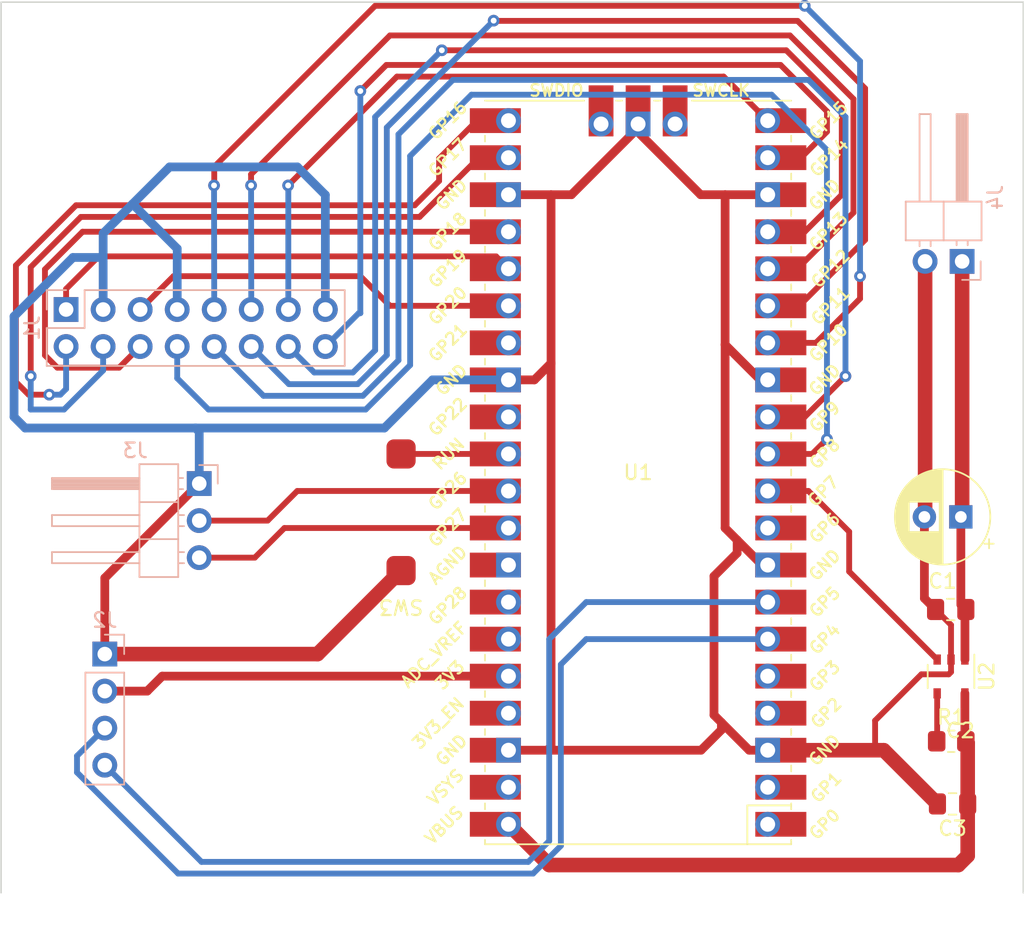
<source format=kicad_pcb>
(kicad_pcb (version 20211014) (generator pcbnew)
  (layers (0 "F.Cu" signal) (31 "B.Cu" signal) (34 "B.Paste" user) (35 "F.Paste" user) (36 "B.SilkS" user "B.Silkscreen") (37 "F.SilkS" user "F.Silkscreen") (38 "B.Mask" user) (39 "F.Mask" user) (44 "Edge.Cuts" user))
  (net 0 "")
  (net 3 "GND")
  (net 6 "/SDA")
  (net 7 "/SCL")
  (net 8 "/SEL")
  (net 9 "/INC")
  (net 10 "/B2")
  (net 11 "/HA")
  (net 12 "/HB")
  (net 13 "/HC")
  (net 14 "/HD")
  (net 15 "/CLK")
  (net 16 "/LAT")
  (net 17 "/R1")
  (net 18 "/B1")
  (net 19 "/R2")
  (net 20 "/G1")
  (net 21 "/G2")
  (net 23 "/RUN")
  (net 29 "/3.3V")
  (net 32 "/5V")
  (net 35 "/OE")
  (net 36 "/OVR")
  (net 37 "/EN")
  (net 38 "/OUT")
  (footprint "Capacitor_SMD:C_0805_2012Metric_Pad1.18x1.45mm_HandSolder" (layer "F.Cu") (at 114.5325 105.029 180)
    (fp_text reference "C3" (at 0 -1.68) (layer "F.SilkS"))
    (fp_text value "1u")
    (pad "1" smd roundrect (at -1.0375 0 180) (size 1.175 1.45) (layers "F.Cu" "F.Paste" "F.Mask") (roundrect_rratio 0.212766) (net 32 "/5V"))
    (pad "2" smd roundrect (at 1.0375 0 180) (size 1.175 1.45) (layers "F.Cu" "F.Paste" "F.Mask") (roundrect_rratio 0.212766) (net 3 "GND"))
  )
  (footprint "PI Pico:RPi_Pico_SMD_TH" (layer "F.Cu") (at 92.964 82.296 180)
    (fp_text reference "U1" (at 0 0) (layer "F.SilkS"))
    (fp_text value "Pico")
    (fp_text user "GND" (at -12.8 19.05 45) (layer "F.SilkS") (effects (font (size 0.8 0.8))))
    (fp_text user "GP11" (at -13.2 11.43 45) (layer "F.SilkS") (effects (font (size 0.8 0.8))))
    (fp_text user "GP26" (at 13.054 -1.27 45) (layer "F.SilkS") (effects (font (size 0.8 0.8))))
    (fp_text user "GP7" (at -12.7 -1.3 45) (layer "F.SilkS") (effects (font (size 0.8 0.8))))
    (fp_text user "GP17" (at 13.054 21.59 45) (layer "F.SilkS") (effects (font (size 0.8 0.8))))
    (fp_text user "GND" (at 12.8 6.35 45) (layer "F.SilkS") (effects (font (size 0.8 0.8))))
    (fp_text user "AGND" (at 13.054 -6.35 45) (layer "F.SilkS") (effects (font (size 0.8 0.8))))
    (fp_text user "GP13" (at -13.054 16.51 45) (layer "F.SilkS") (effects (font (size 0.8 0.8))))
    (fp_text user "GP10" (at -13.054 8.89 45) (layer "F.SilkS") (effects (font (size 0.8 0.8))))
    (fp_text user "GP4" (at -12.8 -11.43 45) (layer "F.SilkS") (effects (font (size 0.8 0.8))))
    (fp_text user "GP1" (at -12.9 -21.6 45) (layer "F.SilkS") (effects (font (size 0.8 0.8))))
    (fp_text user "3V3" (at 12.9 -13.9 45) (layer "F.SilkS") (effects (font (size 0.8 0.8))))
    (fp_text user "GP28" (at 13.054 -9.144 45) (layer "F.SilkS") (effects (font (size 0.8 0.8))))
    (fp_text user "VBUS" (at 13.3 -24.2 45) (layer "F.SilkS") (effects (font (size 0.8 0.8))))
    (fp_text user "GP2" (at -12.9 -16.51 45) (layer "F.SilkS") (effects (font (size 0.8 0.8))))
    (fp_text user "GND" (at -12.8 6.35 45) (layer "F.SilkS") (effects (font (size 0.8 0.8))))
    (fp_text user "SWDIO" (at 5.6 26.2) (layer "F.SilkS") (effects (font (size 0.8 0.8))))
    (fp_text user "GND" (at 12.8 19.05 45) (layer "F.SilkS") (effects (font (size 0.8 0.8))))
    (fp_text user "RUN" (at 13 1.27 45) (layer "F.SilkS") (effects (font (size 0.8 0.8))))
    (fp_text user "GP9" (at -12.8 3.81 45) (layer "F.SilkS") (effects (font (size 0.8 0.8))))
    (fp_text user "VSYS" (at 13.2 -21.59 45) (layer "F.SilkS") (effects (font (size 0.8 0.8))))
    (fp_text user "ADC_VREF" (at 14 -12.5 45) (layer "F.SilkS") (effects (font (size 0.8 0.8))))
    (fp_text user "GND" (at -12.8 -19.05 45) (layer "F.SilkS") (effects (font (size 0.8 0.8))))
    (fp_text user "GP12" (at -13.2 13.97 45) (layer "F.SilkS") (effects (font (size 0.8 0.8))))
    (fp_text user "GP14" (at -13.1 21.59 45) (layer "F.SilkS") (effects (font (size 0.8 0.8))))
    (fp_text user "GP5" (at -12.8 -8.89 45) (layer "F.SilkS") (effects (font (size 0.8 0.8))))
    (fp_text user "GP16" (at 13.054 24.13 45) (layer "F.SilkS") (effects (font (size 0.8 0.8))))
    (fp_text user "GP3" (at -12.8 -13.97 45) (layer "F.SilkS") (effects (font (size 0.8 0.8))))
    (fp_text user "GP6" (at -12.8 -3.81 45) (layer "F.SilkS") (effects (font (size 0.8 0.8))))
    (fp_text user "GP27" (at 13.054 -3.8 45) (layer "F.SilkS") (effects (font (size 0.8 0.8))))
    (fp_text user "3V3_EN" (at 13.7 -17.2 45) (layer "F.SilkS") (effects (font (size 0.8 0.8))))
    (fp_text user "GP15" (at -13.054 24.13 45) (layer "F.SilkS") (effects (font (size 0.8 0.8))))
    (fp_text user "GND" (at -12.8 -6.35 45) (layer "F.SilkS") (effects (font (size 0.8 0.8))))
    (fp_text user "GP20" (at 13.054 11.43 45) (layer "F.SilkS") (effects (font (size 0.8 0.8))))
    (fp_text user "SWCLK" (at -5.7 26.2) (layer "F.SilkS") (effects (font (size 0.8 0.8))))
    (fp_text user "GP19" (at 13.054 13.97 45) (layer "F.SilkS") (effects (font (size 0.8 0.8))))
    (fp_text user "GP22" (at 13.054 3.81 45) (layer "F.SilkS") (effects (font (size 0.8 0.8))))
    (fp_text user "GND" (at 12.8 -19.05 45) (layer "F.SilkS") (effects (font (size 0.8 0.8))))
    (fp_text user "GP21" (at 13.054 8.9 45) (layer "F.SilkS") (effects (font (size 0.8 0.8))))
    (fp_text user "GP8" (at -12.8 1.27 45) (layer "F.SilkS") (effects (font (size 0.8 0.8))))
    (fp_text user "GP0" (at -12.8 -24.13 45) (layer "F.SilkS") (effects (font (size 0.8 0.8))))
    (fp_text user "GP18" (at 13.054 16.51 45) (layer "F.SilkS") (effects (font (size 0.8 0.8))))
    (pad "" np_thru_hole oval (at -2.725 -24 180) (size 1.8 1.8) (drill 1.8) (layers *.Cu *.Mask))
    (pad "" np_thru_hole oval (at 2.425 -20.97 180) (size 1.5 1.5) (drill 1.5) (layers *.Cu *.Mask))
    (pad "" np_thru_hole oval (at 2.725 -24 180) (size 1.8 1.8) (drill 1.8) (layers *.Cu *.Mask))
    (pad "" np_thru_hole oval (at -2.425 -20.97 180) (size 1.5 1.5) (drill 1.5) (layers *.Cu *.Mask))
    (pad "1" smd rect (at -8.89 -24.13 180) (size 3.5 1.7) (drill (offset -0.9 0)) (layers "F.Cu" "F.Mask"))
    (pad "1" thru_hole oval (at -8.89 -24.13 180) (size 1.7 1.7) (drill 1.02) (layers *.Cu *.Mask))
    (pad "2" thru_hole oval (at -8.89 -21.59 180) (size 1.7 1.7) (drill 1.02) (layers *.Cu *.Mask))
    (pad "2" smd rect (at -8.89 -21.59 180) (size 3.5 1.7) (drill (offset -0.9 0)) (layers "F.Cu" "F.Mask"))
    (pad "3" smd rect (at -8.89 -19.05 180) (size 3.5 1.7) (drill (offset -0.9 0)) (layers "F.Cu" "F.Mask") (net 3 "GND"))
    (pad "3" thru_hole rect (at -8.89 -19.05 180) (size 1.7 1.7) (drill 1.02) (layers *.Cu *.Mask) (net 3 "GND"))
    (pad "4" smd rect (at -8.89 -16.51 180) (size 3.5 1.7) (drill (offset -0.9 0)) (layers "F.Cu" "F.Mask"))
    (pad "4" thru_hole oval (at -8.89 -16.51 180) (size 1.7 1.7) (drill 1.02) (layers *.Cu *.Mask))
    (pad "5" smd rect (at -8.89 -13.97 180) (size 3.5 1.7) (drill (offset -0.9 0)) (layers "F.Cu" "F.Mask"))
    (pad "5" thru_hole oval (at -8.89 -13.97 180) (size 1.7 1.7) (drill 1.02) (layers *.Cu *.Mask))
    (pad "6" thru_hole oval (at -8.89 -11.43 180) (size 1.7 1.7) (drill 1.02) (layers *.Cu *.Mask) (net 6 "/SDA"))
    (pad "6" smd rect (at -8.89 -11.43 180) (size 3.5 1.7) (drill (offset -0.9 0)) (layers "F.Cu" "F.Mask") (net 6 "/SDA"))
    (pad "7" thru_hole oval (at -8.89 -8.89 180) (size 1.7 1.7) (drill 1.02) (layers *.Cu *.Mask) (net 7 "/SCL"))
    (pad "7" smd rect (at -8.89 -8.89 180) (size 3.5 1.7) (drill (offset -0.9 0)) (layers "F.Cu" "F.Mask") (net 7 "/SCL"))
    (pad "8" thru_hole rect (at -8.89 -6.35 180) (size 1.7 1.7) (drill 1.02) (layers *.Cu *.Mask) (net 3 "GND"))
    (pad "8" smd rect (at -8.89 -6.35 180) (size 3.5 1.7) (drill (offset -0.9 0)) (layers "F.Cu" "F.Mask") (net 3 "GND"))
    (pad "9" smd rect (at -8.89 -3.81 180) (size 3.5 1.7) (drill (offset -0.9 0)) (layers "F.Cu" "F.Mask"))
    (pad "9" thru_hole oval (at -8.89 -3.81 180) (size 1.7 1.7) (drill 1.02) (layers *.Cu *.Mask))
    (pad "10" thru_hole oval (at -8.89 -1.27 180) (size 1.7 1.7) (drill 1.02) (layers *.Cu *.Mask) (net 36 "/OVR"))
    (pad "10" smd rect (at -8.89 -1.27 180) (size 3.5 1.7) (drill (offset -0.9 0)) (layers "F.Cu" "F.Mask") (net 36 "/OVR"))
    (pad "11" thru_hole oval (at -8.89 1.27 180) (size 1.7 1.7) (drill 1.02) (layers *.Cu *.Mask) (net 10 "/B2"))
    (pad "11" smd rect (at -8.89 1.27 180) (size 3.5 1.7) (drill (offset -0.9 0)) (layers "F.Cu" "F.Mask") (net 10 "/B2"))
    (pad "12" thru_hole oval (at -8.89 3.81 180) (size 1.7 1.7) (drill 1.02) (layers *.Cu *.Mask) (net 11 "/HA"))
    (pad "12" smd rect (at -8.89 3.81 180) (size 3.5 1.7) (drill (offset -0.9 0)) (layers "F.Cu" "F.Mask") (net 11 "/HA"))
    (pad "13" smd rect (at -8.89 6.35 180) (size 3.5 1.7) (drill (offset -0.9 0)) (layers "F.Cu" "F.Mask") (net 3 "GND"))
    (pad "13" thru_hole rect (at -8.89 6.35 180) (size 1.7 1.7) (drill 1.02) (layers *.Cu *.Mask) (net 3 "GND"))
    (pad "14" thru_hole oval (at -8.89 8.89 180) (size 1.7 1.7) (drill 1.02) (layers *.Cu *.Mask) (net 12 "/HB"))
    (pad "14" smd rect (at -8.89 8.89 180) (size 3.5 1.7) (drill (offset -0.9 0)) (layers "F.Cu" "F.Mask") (net 12 "/HB"))
    (pad "15" smd rect (at -8.89 11.43 180) (size 3.5 1.7) (drill (offset -0.9 0)) (layers "F.Cu" "F.Mask") (net 13 "/HC"))
    (pad "15" thru_hole oval (at -8.89 11.43 180) (size 1.7 1.7) (drill 1.02) (layers *.Cu *.Mask) (net 13 "/HC"))
    (pad "16" thru_hole oval (at -8.89 13.97 180) (size 1.7 1.7) (drill 1.02) (layers *.Cu *.Mask) (net 14 "/HD"))
    (pad "16" smd rect (at -8.89 13.97 180) (size 3.5 1.7) (drill (offset -0.9 0)) (layers "F.Cu" "F.Mask") (net 14 "/HD"))
    (pad "17" thru_hole oval (at -8.89 16.51 180) (size 1.7 1.7) (drill 1.02) (layers *.Cu *.Mask) (net 15 "/CLK"))
    (pad "17" smd rect (at -8.89 16.51 180) (size 3.5 1.7) (drill (offset -0.9 0)) (layers "F.Cu" "F.Mask") (net 15 "/CLK"))
    (pad "18" thru_hole rect (at -8.89 19.05 180) (size 1.7 1.7) (drill 1.02) (layers *.Cu *.Mask) (net 3 "GND"))
    (pad "18" smd rect (at -8.89 19.05 180) (size 3.5 1.7) (drill (offset -0.9 0)) (layers "F.Cu" "F.Mask") (net 3 "GND"))
    (pad "19" thru_hole oval (at -8.89 21.59 180) (size 1.7 1.7) (drill 1.02) (layers *.Cu *.Mask) (net 35 "/OE"))
    (pad "19" smd rect (at -8.89 21.59 180) (size 3.5 1.7) (drill (offset -0.9 0)) (layers "F.Cu" "F.Mask") (net 35 "/OE"))
    (pad "20" thru_hole oval (at -8.89 24.13 180) (size 1.7 1.7) (drill 1.02) (layers *.Cu *.Mask) (net 16 "/LAT"))
    (pad "20" smd rect (at -8.89 24.13 180) (size 3.5 1.7) (drill (offset -0.9 0)) (layers "F.Cu" "F.Mask") (net 16 "/LAT"))
    (pad "21" thru_hole oval (at 8.89 24.13 180) (size 1.7 1.7) (drill 1.02) (layers *.Cu *.Mask) (net 17 "/R1"))
    (pad "21" smd rect (at 8.89 24.13 180) (size 3.5 1.7) (drill (offset 0.9 0)) (layers "F.Cu" "F.Mask") (net 17 "/R1"))
    (pad "22" smd rect (at 8.89 21.59 180) (size 3.5 1.7) (drill (offset 0.9 0)) (layers "F.Cu" "F.Mask") (net 18 "/B1"))
    (pad "22" thru_hole oval (at 8.89 21.59 180) (size 1.7 1.7) (drill 1.02) (layers *.Cu *.Mask) (net 18 "/B1"))
    (pad "23" thru_hole rect (at 8.89 19.05 180) (size 1.7 1.7) (drill 1.02) (layers *.Cu *.Mask) (net 3 "GND"))
    (pad "23" smd rect (at 8.89 19.05 180) (size 3.5 1.7) (drill (offset 0.9 0)) (layers "F.Cu" "F.Mask") (net 3 "GND"))
    (pad "24" smd rect (at 8.89 16.51 180) (size 3.5 1.7) (drill (offset 0.9 0)) (layers "F.Cu" "F.Mask") (net 19 "/R2"))
    (pad "24" thru_hole oval (at 8.89 16.51 180) (size 1.7 1.7) (drill 1.02) (layers *.Cu *.Mask) (net 19 "/R2"))
    (pad "25" thru_hole oval (at 8.89 13.97 180) (size 1.7 1.7) (drill 1.02) (layers *.Cu *.Mask) (net 20 "/G1"))
    (pad "25" smd rect (at 8.89 13.97 180) (size 3.5 1.7) (drill (offset 0.9 0)) (layers "F.Cu" "F.Mask") (net 20 "/G1"))
    (pad "26" thru_hole oval (at 8.89 11.43 180) (size 1.7 1.7) (drill 1.02) (layers *.Cu *.Mask) (net 21 "/G2"))
    (pad "26" smd rect (at 8.89 11.43 180) (size 3.5 1.7) (drill (offset 0.9 0)) (layers "F.Cu" "F.Mask") (net 21 "/G2"))
    (pad "27" smd rect (at 8.89 8.89 180) (size 3.5 1.7) (drill (offset 0.9 0)) (layers "F.Cu" "F.Mask"))
    (pad "27" thru_hole oval (at 8.89 8.89 180) (size 1.7 1.7) (drill 1.02) (layers *.Cu *.Mask))
    (pad "28" smd rect (at 8.89 6.35 180) (size 3.5 1.7) (drill (offset 0.9 0)) (layers "F.Cu" "F.Mask") (net 3 "GND"))
    (pad "28" thru_hole rect (at 8.89 6.35 180) (size 1.7 1.7) (drill 1.02) (layers *.Cu *.Mask) (net 3 "GND"))
    (pad "29" thru_hole oval (at 8.89 3.81 180) (size 1.7 1.7) (drill 1.02) (layers *.Cu *.Mask))
    (pad "29" smd rect (at 8.89 3.81 180) (size 3.5 1.7) (drill (offset 0.9 0)) (layers "F.Cu" "F.Mask"))
    (pad "30" thru_hole oval (at 8.89 1.27 180) (size 1.7 1.7) (drill 1.02) (layers *.Cu *.Mask) (net 23 "/RUN"))
    (pad "30" smd rect (at 8.89 1.27 180) (size 3.5 1.7) (drill (offset 0.9 0)) (layers "F.Cu" "F.Mask") (net 23 "/RUN"))
    (pad "31" thru_hole oval (at 8.89 -1.27 180) (size 1.7 1.7) (drill 1.02) (layers *.Cu *.Mask) (net 9 "/INC"))
    (pad "31" smd rect (at 8.89 -1.27 180) (size 3.5 1.7) (drill (offset 0.9 0)) (layers "F.Cu" "F.Mask") (net 9 "/INC"))
    (pad "32" thru_hole oval (at 8.89 -3.81 180) (size 1.7 1.7) (drill 1.02) (layers *.Cu *.Mask) (net 8 "/SEL"))
    (pad "32" smd rect (at 8.89 -3.81 180) (size 3.5 1.7) (drill (offset 0.9 0)) (layers "F.Cu" "F.Mask") (net 8 "/SEL"))
    (pad "33" thru_hole rect (at 8.89 -6.35 180) (size 1.7 1.7) (drill 1.02) (layers *.Cu *.Mask))
    (pad "33" smd rect (at 8.89 -6.35 180) (size 3.5 1.7) (drill (offset 0.9 0)) (layers "F.Cu" "F.Mask"))
    (pad "34" smd rect (at 8.89 -8.89 180) (size 3.5 1.7) (drill (offset 0.9 0)) (layers "F.Cu" "F.Mask"))
    (pad "34" thru_hole oval (at 8.89 -8.89 180) (size 1.7 1.7) (drill 1.02) (layers *.Cu *.Mask))
    (pad "35" thru_hole oval (at 8.89 -11.43 180) (size 1.7 1.7) (drill 1.02) (layers *.Cu *.Mask))
    (pad "35" smd rect (at 8.89 -11.43 180) (size 3.5 1.7) (drill (offset 0.9 0)) (layers "F.Cu" "F.Mask"))
    (pad "36" smd rect (at 8.89 -13.97 180) (size 3.5 1.7) (drill (offset 0.9 0)) (layers "F.Cu" "F.Mask") (net 29 "/3.3V"))
    (pad "36" thru_hole oval (at 8.89 -13.97 180) (size 1.7 1.7) (drill 1.02) (layers *.Cu *.Mask) (net 29 "/3.3V"))
    (pad "37" thru_hole oval (at 8.89 -16.51 180) (size 1.7 1.7) (drill 1.02) (layers *.Cu *.Mask))
    (pad "37" smd rect (at 8.89 -16.51 180) (size 3.5 1.7) (drill (offset 0.9 0)) (layers "F.Cu" "F.Mask"))
    (pad "38" thru_hole rect (at 8.89 -19.05 180) (size 1.7 1.7) (drill 1.02) (layers *.Cu *.Mask) (net 3 "GND"))
    (pad "38" smd rect (at 8.89 -19.05 180) (size 3.5 1.7) (drill (offset 0.9 0)) (layers "F.Cu" "F.Mask") (net 3 "GND"))
    (pad "39" thru_hole oval (at 8.89 -21.59 180) (size 1.7 1.7) (drill 1.02) (layers *.Cu *.Mask))
    (pad "39" smd rect (at 8.89 -21.59 180) (size 3.5 1.7) (drill (offset 0.9 0)) (layers "F.Cu" "F.Mask"))
    (pad "40" thru_hole oval (at 8.89 -24.13 180) (size 1.7 1.7) (drill 1.02) (layers *.Cu *.Mask) (net 32 "/5V"))
    (pad "40" smd rect (at 8.89 -24.13 180) (size 3.5 1.7) (drill (offset 0.9 0)) (layers "F.Cu" "F.Mask") (net 32 "/5V"))
    (pad "41" thru_hole oval (at -2.54 23.9 180) (size 1.7 1.7) (drill 1.02) (layers *.Cu *.Mask))
    (pad "41" smd rect (at -2.54 23.9 270) (size 3.5 1.7) (drill (offset -0.9 0)) (layers "F.Cu" "F.Mask"))
    (pad "42" smd rect (at 0 23.9 270) (size 3.5 1.7) (drill (offset -0.9 0)) (layers "F.Cu" "F.Mask") (net 3 "GND"))
    (pad "42" thru_hole rect (at 0 23.9 180) (size 1.7 1.7) (drill 1.02) (layers *.Cu *.Mask) (net 3 "GND"))
    (pad "43" smd rect (at 2.54 23.9 270) (size 3.5 1.7) (drill (offset -0.9 0)) (layers "F.Cu" "F.Mask"))
    (pad "43" thru_hole oval (at 2.54 23.9 180) (size 1.7 1.7) (drill 1.02) (layers *.Cu *.Mask))
  )
  (footprint "Capacitor_THT:CP_Radial_D6.3mm_P2.50mm" (layer "F.Cu") (at 115.10138 85.344 180)
    (fp_text reference "C1" (at 1.25 -4.4) (layer "F.SilkS"))
    (fp_text value "100u")
    (pad "1" thru_hole rect (at 0 0 180) (size 1.6 1.6) (drill 0.8) (layers *.Cu *.Mask) (net 38 "/OUT"))
    (pad "2" thru_hole circle (at 2.5 0 180) (size 1.6 1.6) (drill 0.8) (layers *.Cu *.Mask) (net 3 "GND"))
  )
  (footprint "Package_SO:TSOP-5_1.65x3.05mm_P0.95mm" (layer "F.Cu") (at 114.427 96.2875 -90)
    (fp_text reference "U2" (at 0 -2.45 90) (layer "F.SilkS"))
    (fp_text value "NCP380")
    (pad "1" smd rect (at -1.16 -0.95 270) (size 0.7 0.51) (layers "F.Cu" "F.Paste" "F.Mask") (net 38 "/OUT"))
    (pad "2" smd rect (at -1.16 0 270) (size 0.7 0.51) (layers "F.Cu" "F.Paste" "F.Mask") (net 3 "GND"))
    (pad "3" smd rect (at -1.16 0.95 270) (size 0.7 0.51) (layers "F.Cu" "F.Paste" "F.Mask") (net 36 "/OVR"))
    (pad "4" smd rect (at 1.16 0.95 270) (size 0.7 0.51) (layers "F.Cu" "F.Paste" "F.Mask") (net 37 "/EN"))
    (pad "5" smd rect (at 1.16 -0.95 270) (size 0.7 0.51) (layers "F.Cu" "F.Paste" "F.Mask") (net 32 "/5V"))
  )
  (footprint "Resistor_SMD:R_0805_2012Metric_Pad1.20x1.40mm_HandSolder" (layer "F.Cu") (at 114.443 100.7325)
    (fp_text reference "R1" (at 0 -1.65) (layer "F.SilkS"))
    (fp_text value "10k")
    (pad "1" smd roundrect (at -1 0) (size 1.2 1.4) (layers "F.Cu" "F.Paste" "F.Mask") (roundrect_rratio 0.208333) (net 37 "/EN"))
    (pad "2" smd roundrect (at 1 0) (size 1.2 1.4) (layers "F.Cu" "F.Paste" "F.Mask") (roundrect_rratio 0.208333) (net 32 "/5V"))
  )
  (footprint "Matt:SMD_Button_6mm_3_5mm" (layer "F.Cu") (at 76.708 81.026 180)
    (fp_text reference "SW3" (at 0 -10.5 180 unlocked) (layer "F.SilkS"))
    (fp_text value "RESET")
    (pad "1" smd roundrect (at 0 0 180) (size 2 2) (layers "F.Cu" "F.Paste" "F.Mask") (net 23 "/RUN"))
    (pad "2" smd roundrect (at 0 -8 180) (size 2 2) (layers "F.Cu" "F.Paste" "F.Mask") (net 3 "GND"))
  )
  (footprint "Capacitor_SMD:C_0805_2012Metric_Pad1.18x1.45mm_HandSolder" (layer "F.Cu") (at 114.4055 91.694 180)
    (fp_text reference "C2" (at -0.66038 -8.3055) (layer "F.SilkS"))
    (fp_text value "1u")
    (pad "1" smd roundrect (at -1.0375 0 180) (size 1.175 1.45) (layers "F.Cu" "F.Paste" "F.Mask") (roundrect_rratio 0.212766) (net 38 "/OUT"))
    (pad "2" smd roundrect (at 1.0375 0 180) (size 1.175 1.45) (layers "F.Cu" "F.Paste" "F.Mask") (roundrect_rratio 0.212766) (net 3 "GND"))
  )
  (footprint "Connector_PinHeader_2.54mm:PinHeader_2x08_P2.54mm_Vertical" (layer "B.Cu") (at 53.735 71.12 -90)
    (fp_text reference "J1" (at 1.27 2.33 90) (layer "B.SilkS") (effects (justify mirror)))
    (fp_text value "LED Interface")
    (pad "1" thru_hole rect (at 0 0 270) (size 1.7 1.7) (drill 1) (layers *.Cu *.Mask) (net 20 "/G1"))
    (pad "2" thru_hole oval (at 2.54 0 270) (size 1.7 1.7) (drill 1) (layers *.Cu *.Mask) (net 17 "/R1"))
    (pad "3" thru_hole oval (at 0 -2.54 270) (size 1.7 1.7) (drill 1) (layers *.Cu *.Mask) (net 3 "GND"))
    (pad "4" thru_hole oval (at 2.54 -2.54 270) (size 1.7 1.7) (drill 1) (layers *.Cu *.Mask) (net 18 "/B1"))
    (pad "5" thru_hole oval (at 0 -5.08 270) (size 1.7 1.7) (drill 1) (layers *.Cu *.Mask) (net 21 "/G2"))
    (pad "6" thru_hole oval (at 2.54 -5.08 270) (size 1.7 1.7) (drill 1) (layers *.Cu *.Mask) (net 19 "/R2"))
    (pad "7" thru_hole oval (at 0 -7.62 270) (size 1.7 1.7) (drill 1) (layers *.Cu *.Mask) (net 3 "GND"))
    (pad "8" thru_hole oval (at 2.54 -7.62 270) (size 1.7 1.7) (drill 1) (layers *.Cu *.Mask) (net 10 "/B2"))
    (pad "9" thru_hole oval (at 0 -10.16 270) (size 1.7 1.7) (drill 1) (layers *.Cu *.Mask) (net 12 "/HB"))
    (pad "10" thru_hole oval (at 2.54 -10.16 270) (size 1.7 1.7) (drill 1) (layers *.Cu *.Mask) (net 11 "/HA"))
    (pad "11" thru_hole oval (at 0 -12.7 270) (size 1.7 1.7) (drill 1) (layers *.Cu *.Mask) (net 14 "/HD"))
    (pad "12" thru_hole oval (at 2.54 -12.7 270) (size 1.7 1.7) (drill 1) (layers *.Cu *.Mask) (net 13 "/HC"))
    (pad "13" thru_hole oval (at 0 -15.24 270) (size 1.7 1.7) (drill 1) (layers *.Cu *.Mask) (net 16 "/LAT"))
    (pad "14" thru_hole oval (at 2.54 -15.24 270) (size 1.7 1.7) (drill 1) (layers *.Cu *.Mask) (net 15 "/CLK"))
    (pad "15" thru_hole oval (at 0 -17.78 270) (size 1.7 1.7) (drill 1) (layers *.Cu *.Mask) (net 3 "GND"))
    (pad "16" thru_hole oval (at 2.54 -17.78 270) (size 1.7 1.7) (drill 1) (layers *.Cu *.Mask) (net 35 "/OE"))
  )
  (footprint "Connector_PinHeader_2.54mm:PinHeader_1x04_P2.54mm_Vertical" (layer "B.Cu") (at 56.388 94.752 180)
    (fp_text reference "J2" (at 0 2.33) (layer "B.SilkS") (effects (justify mirror)))
    (fp_text value "RTC")
    (pad "1" thru_hole rect (at 0 0 180) (size 1.7 1.7) (drill 1) (layers *.Cu *.Mask) (net 3 "GND"))
    (pad "2" thru_hole oval (at 0 -2.54 180) (size 1.7 1.7) (drill 1) (layers *.Cu *.Mask) (net 29 "/3.3V"))
    (pad "3" thru_hole oval (at 0 -5.08 180) (size 1.7 1.7) (drill 1) (layers *.Cu *.Mask) (net 6 "/SDA"))
    (pad "4" thru_hole oval (at 0 -7.62 180) (size 1.7 1.7) (drill 1) (layers *.Cu *.Mask) (net 7 "/SCL"))
  )
  (footprint "Connector_PinHeader_2.54mm:PinHeader_1x02_P2.54mm_Horizontal" (layer "B.Cu") (at 115.189 67.818 90)
    (fp_text reference "J4" (at 4.385 2.27 90) (layer "B.SilkS") (effects (justify mirror)))
    (fp_text value "LEDPWR")
    (pad "1" thru_hole rect (at 0 0 90) (size 1.7 1.7) (drill 1) (layers *.Cu *.Mask) (net 38 "/OUT"))
    (pad "2" thru_hole oval (at 0 -2.54 90) (size 1.7 1.7) (drill 1) (layers *.Cu *.Mask) (net 3 "GND"))
  )
  (footprint "Connector_PinHeader_2.54mm:PinHeader_1x03_P2.54mm_Horizontal" (layer "B.Cu") (at 62.865 83.058 180)
    (fp_text reference "J3" (at 4.385 2.27) (layer "B.SilkS") (effects (justify mirror)))
    (fp_text value "INTERFACE")
    (pad "1" thru_hole rect (at 0 0 180) (size 1.7 1.7) (drill 1) (layers *.Cu *.Mask) (net 3 "GND"))
    (pad "2" thru_hole oval (at 0 -2.54 180) (size 1.7 1.7) (drill 1) (layers *.Cu *.Mask) (net 9 "/INC"))
    (pad "3" thru_hole oval (at 0 -5.08 180) (size 1.7 1.7) (drill 1) (layers *.Cu *.Mask) (net 8 "/SEL"))
  )
  (gr_line (start 49.276 50.038) (end 119.38 50.038) (layer "Edge.Cuts") (width 0.1))
  (gr_line (start 119.38 50.038) (end 119.38 111.125) (layer "Edge.Cuts") (width 0.1))
  (gr_line (start 49.276 50.038) (end 49.276 111.125) (layer "Edge.Cuts") (width 0.1))
  (segment (start 86.995 74.803) (end 86.995 63.246) (width 0.6) (layer "F.Cu") (net 3))
  (segment (start 85.852 75.946) (end 86.995 74.803) (width 0.6) (layer "F.Cu") (net 3))
  (segment (start 98.679 99.949) (end 97.282 101.346) (width 0.6) (layer "F.Cu") (net 3))
  (segment (start 101.854 101.346) (end 109.22 101.346) (width 1) (layer "F.Cu") (net 3))
  (segment (start 98.171 89.408) (end 98.171 98.933) (width 0.6) (layer "F.Cu") (net 3))
  (segment (start 109.812 101.346) (end 113.495 105.029) (width 1) (layer "F.Cu") (net 3))
  (segment (start 86.995 74.803) (end 86.995 101.092) (width 0.6) (layer "F.Cu") (net 3))
  (segment (start 98.171 98.933) (end 98.679 99.441) (width 0.6) (layer "F.Cu") (net 3))
  (segment (start 114.427 95.1275) (end 114.427 95.9825) (width 0.4) (layer "F.Cu") (net 3))
  (segment (start 98.933 73.533) (end 98.933 63.246) (width 0.6) (layer "F.Cu") (net 3))
  (segment (start 101.473 88.646) (end 101.854 88.646) (width 0.6) (layer "F.Cu") (net 3))
  (segment (start 113.368 91.694) (end 112.60138 90.92738) (width 0.6) (layer "F.Cu") (net 3))
  (segment (start 84.074 75.946) (end 85.852 75.946) (width 0.6) (layer "F.Cu") (net 3))
  (segment (start 98.679 99.441) (end 100.584 101.346) (width 0.6) (layer "F.Cu") (net 3))
  (segment (start 114.427 92.753) (end 113.368 91.694) (width 0.4) (layer "F.Cu") (net 3))
  (segment (start 92.964 58.674) (end 92.964 58.396) (width 0.6) (layer "F.Cu") (net 3))
  (segment (start 70.982 94.752) (end 56.388 94.752) (width 1) (layer "F.Cu") (net 3))
  (segment (start 100.584 101.346) (end 101.854 101.346) (width 0.6) (layer "F.Cu") (net 3))
  (segment (start 99.7585 86.9315) (end 101.473 88.646) (width 0.6) (layer "F.Cu") (net 3))
  (segment (start 76.708 89.026) (end 70.982 94.752) (width 1) (layer "F.Cu") (net 3))
  (segment (start 101.346 75.946) (end 98.933 73.533) (width 0.6) (layer "F.Cu") (net 3))
  (segment (start 112.649 85.29638) (end 112.60138 85.344) (width 1) (layer "F.Cu") (net 3))
  (segment (start 101.854 75.946) (end 101.346 75.946) (width 0.6) (layer "F.Cu") (net 3))
  (segment (start 99.7585 86.9315) (end 99.7585 87.8205) (width 0.6) (layer "F.Cu") (net 3))
  (segment (start 92.964 58.396) (end 92.964 58.956) (width 0.6) (layer "F.Cu") (net 3))
  (segment (start 112.395 96.139) (end 109.22 99.314) (width 0.4) (layer "F.Cu") (net 3))
  (segment (start 114.427 95.1275) (end 114.427 92.753) (width 0.4) (layer "F.Cu") (net 3))
  (segment (start 109.22 99.314) (end 109.22 101.346) (width 0.4) (layer "F.Cu") (net 3))
  (segment (start 97.282 101.346) (end 86.741 101.346) (width 0.6) (layer "F.Cu") (net 3))
  (segment (start 114.2705 96.139) (end 112.395 96.139) (width 0.4) (layer "F.Cu") (net 3))
  (segment (start 97.254 63.246) (end 98.933 63.246) (width 0.6) (layer "F.Cu") (net 3))
  (segment (start 99.7585 87.8205) (end 98.171 89.408) (width 0.6) (layer "F.Cu") (net 3))
  (segment (start 86.995 63.246) (end 88.392 63.246) (width 0.6) (layer "F.Cu") (net 3))
  (segment (start 109.22 101.346) (end 109.812 101.346) (width 1) (layer "F.Cu") (net 3))
  (segment (start 86.995 101.092) (end 86.741 101.346) (width 0.6) (layer "F.Cu") (net 3))
  (segment (start 98.933 63.246) (end 101.854 63.246) (width 0.6) (layer "F.Cu") (net 3))
  (segment (start 98.933 73.533) (end 98.933 86.106) (width 0.6) (layer "F.Cu") (net 3))
  (segment (start 86.741 101.346) (end 84.074 101.346) (width 0.6) (layer "F.Cu") (net 3))
  (segment (start 112.60138 90.92738) (end 112.60138 85.344) (width 0.6) (layer "F.Cu") (net 3))
  (segment (start 98.679 99.441) (end 98.679 99.949) (width 0.6) (layer "F.Cu") (net 3))
  (segment (start 114.427 95.9825) (end 114.2705 96.139) (width 0.4) (layer "F.Cu") (net 3))
  (segment (start 62.865 83.058) (end 56.388 89.535) (width 0.6) (layer "F.Cu") (net 3))
  (segment (start 88.392 63.246) (end 92.964 58.674) (width 0.6) (layer "F.Cu") (net 3))
  (segment (start 92.964 58.956) (end 97.254 63.246) (width 0.6) (layer "F.Cu") (net 3))
  (segment (start 84.074 63.246) (end 86.995 63.246) (width 0.6) (layer "F.Cu") (net 3))
  (segment (start 56.388 89.535) (end 56.388 94.752) (width 0.6) (layer "F.Cu") (net 3))
  (segment (start 112.649 67.818) (end 112.649 85.29638) (width 1) (layer "F.Cu") (net 3))
  (segment (start 98.933 86.106) (end 99.7585 86.9315) (width 0.6) (layer "F.Cu") (net 3))
  (segment (start 56.275 67.55) (end 56.275 71.12) (width 0.6) (layer "B.Cu") (net 3))
  (segment (start 78.867 75.946) (end 84.074 75.946) (width 0.6) (layer "B.Cu") (net 3))
  (segment (start 58.293 63.881) (end 56.275 65.899) (width 0.6) (layer "B.Cu") (net 3))
  (segment (start 75.565 79.248) (end 78.867 75.946) (width 0.6) (layer "B.Cu") (net 3))
  (segment (start 62.611 79.248) (end 75.565 79.248) (width 0.6) (layer "B.Cu") (net 3))
  (segment (start 71.515 63.26) (end 69.596 61.341) (width 0.6) (layer "B.Cu") (net 3))
  (segment (start 54.205 67.55) (end 50.165 71.59) (width 0.6) (layer "B.Cu") (net 3))
  (segment (start 50.927 79.248) (end 62.611 79.248) (width 0.6) (layer "B.Cu") (net 3))
  (segment (start 56.275 65.899) (end 56.275 67.55) (width 0.6) (layer "B.Cu") (net 3))
  (segment (start 69.596 61.341) (end 60.833 61.341) (width 0.6) (layer "B.Cu") (net 3))
  (segment (start 50.165 78.486) (end 50.927 79.248) (width 0.6) (layer "B.Cu") (net 3))
  (segment (start 56.275 67.55) (end 54.205 67.55) (width 0.6) (layer "B.Cu") (net 3))
  (segment (start 62.865 79.502) (end 62.865 83.058) (width 0.6) (layer "B.Cu") (net 3))
  (segment (start 60.833 61.341) (end 58.293 63.881) (width 0.6) (layer "B.Cu") (net 3))
  (segment (start 50.165 71.59) (end 50.165 78.486) (width 0.6) (layer "B.Cu") (net 3))
  (segment (start 71.515 71.12) (end 71.515 63.26) (width 0.6) (layer "B.Cu") (net 3))
  (segment (start 62.611 79.248) (end 62.865 79.502) (width 0.6) (layer "B.Cu") (net 3))
  (segment (start 61.355 71.12) (end 61.355 66.943) (width 0.6) (layer "B.Cu") (net 3))
  (segment (start 61.355 66.943) (end 58.293 63.881) (width 0.6) (layer "B.Cu") (net 3))
  (segment (start 54.483 101.737) (end 56.388 99.832) (width 0.4) (layer "B.Cu") (net 6))
  (segment (start 89.408 93.726) (end 87.668 95.466) (width 0.4) (layer "B.Cu") (net 6))
  (segment (start 101.854 93.726) (end 89.408 93.726) (width 0.4) (layer "B.Cu") (net 6))
  (segment (start 87.668 107.90037) (end 85.76437 109.804) (width 0.4) (layer "B.Cu") (net 6))
  (segment (start 54.483 102.87) (end 54.483 101.737) (width 0.4) (layer "B.Cu") (net 6))
  (segment (start 85.76437 109.804) (end 61.417 109.804) (width 0.4) (layer "B.Cu") (net 6))
  (segment (start 87.668 95.466) (end 87.668 107.90037) (width 0.4) (layer "B.Cu") (net 6))
  (segment (start 61.417 109.804) (end 54.483 102.87) (width 0.4) (layer "B.Cu") (net 6))
  (segment (start 86.868 107.569) (end 85.433 109.004) (width 0.4) (layer "B.Cu") (net 7))
  (segment (start 86.868 93.726) (end 86.868 107.569) (width 0.4) (layer "B.Cu") (net 7))
  (segment (start 101.854 91.186) (end 89.408 91.186) (width 0.4) (layer "B.Cu") (net 7))
  (segment (start 63.02 109.004) (end 56.388 102.372) (width 0.4) (layer "B.Cu") (net 7))
  (segment (start 85.433 109.004) (end 63.02 109.004) (width 0.4) (layer "B.Cu") (net 7))
  (segment (start 89.408 91.186) (end 86.868 93.726) (width 0.4) (layer "B.Cu") (net 7))
  (segment (start 84.074 86.106) (end 68.707 86.106) (width 0.4) (layer "F.Cu") (net 8))
  (segment (start 66.675 88.138) (end 62.865 88.138) (width 0.4) (layer "F.Cu") (net 8))
  (segment (start 68.707 86.106) (end 66.675 88.138) (width 0.4) (layer "F.Cu") (net 8))
  (segment (start 69.589 83.566) (end 67.557 85.598) (width 0.4) (layer "F.Cu") (net 9))
  (segment (start 67.557 85.598) (end 62.865 85.598) (width 0.4) (layer "F.Cu") (net 9))
  (segment (start 84.074 83.566) (end 69.589 83.566) (width 0.4) (layer "F.Cu") (net 9))
  (segment (start 101.854 81.026) (end 104.902 81.026) (width 0.4) (layer "F.Cu") (net 10))
  (segment (start 104.902 81.026) (end 105.918 80.01) (width 0.4) (layer "F.Cu") (net 10))
  (via (at 105.918 80.01) (size 0.8) (drill 0.4) (layers "F.Cu" "B.Cu") (net 10))
  (segment (start 102.12661 56.388) (end 81.534 56.388) (width 0.4) (layer "B.Cu") (net 10))
  (segment (start 105.918 60.17939) (end 102.12661 56.388) (width 0.4) (layer "B.Cu") (net 10))
  (segment (start 63.5 77.978) (end 61.355 75.833) (width 0.4) (layer "B.Cu") (net 10))
  (segment (start 61.355 75.833) (end 61.355 73.66) (width 0.4) (layer "B.Cu") (net 10))
  (segment (start 105.918 80.01) (end 105.918 60.17939) (width 0.4) (layer "B.Cu") (net 10))
  (segment (start 77.33 74.93137) (end 74.28337 77.978) (width 0.4) (layer "B.Cu") (net 10))
  (segment (start 77.33 60.592) (end 77.33 74.93137) (width 0.4) (layer "B.Cu") (net 10))
  (segment (start 81.534 56.388) (end 77.33 60.592) (width 0.4) (layer "B.Cu") (net 10))
  (segment (start 74.28337 77.978) (end 63.5 77.978) (width 0.4) (layer "B.Cu") (net 10))
  (segment (start 104.394 78.486) (end 101.854 78.486) (width 0.4) (layer "F.Cu") (net 11))
  (segment (start 107.188 75.692) (end 104.394 78.486) (width 0.4) (layer "F.Cu") (net 11))
  (via (at 107.188 75.692) (size 0.8) (drill 0.4) (layers "F.Cu" "B.Cu") (net 11))
  (segment (start 76.53 59.106) (end 80.264 55.372) (width 0.4) (layer "B.Cu") (net 11))
  (segment (start 107.188 57.912) (end 107.188 75.692) (width 0.4) (layer "B.Cu") (net 11))
  (segment (start 74.092 77.038) (end 76.53 74.6) (width 0.4) (layer "B.Cu") (net 11))
  (segment (start 63.895 73.66) (end 67.273 77.038) (width 0.4) (layer "B.Cu") (net 11))
  (segment (start 104.648 55.372) (end 107.188 57.912) (width 0.4) (layer "B.Cu") (net 11))
  (segment (start 76.53 74.6) (end 76.53 59.106) (width 0.4) (layer "B.Cu") (net 11))
  (segment (start 67.273 77.038) (end 74.092 77.038) (width 0.4) (layer "B.Cu") (net 11))
  (segment (start 80.264 55.372) (end 104.648 55.372) (width 0.4) (layer "B.Cu") (net 11))
  (segment (start 74.93 50.292) (end 63.895 61.327) (width 0.4) (layer "F.Cu") (net 12))
  (segment (start 63.895 61.327) (end 63.895 62.597) (width 0.4) (layer "F.Cu") (net 12))
  (segment (start 105.156 73.406) (end 108.1875 70.3745) (width 0.4) (layer "F.Cu") (net 12))
  (segment (start 101.854 73.406) (end 105.156 73.406) (width 0.4) (layer "F.Cu") (net 12))
  (segment (start 63.895 62.597) (end 63.881 62.611) (width 0.4) (layer "F.Cu") (net 12))
  (segment (start 74.93 50.292) (end 104.394 50.292) (width 0.4) (layer "F.Cu") (net 12))
  (segment (start 108.1875 70.3745) (end 108.1875 68.834) (width 0.4) (layer "F.Cu") (net 12))
  (via (at 108.1875 68.834) (size 0.8) (drill 0.4) (layers "F.Cu" "B.Cu") (net 12))
  (via (at 104.394 50.292) (size 0.8) (drill 0.4) (layers "F.Cu" "B.Cu") (net 12))
  (via (at 63.881 62.611) (size 0.8) (drill 0.4) (layers "F.Cu" "B.Cu") (net 12))
  (segment (start 108.1875 54.0855) (end 108.1875 68.834) (width 0.4) (layer "B.Cu") (net 12))
  (segment (start 63.895 71.12) (end 63.881 62.611) (width 0.4) (layer "B.Cu") (net 12))
  (segment (start 104.394 50.292) (end 108.1875 54.0855) (width 0.4) (layer "B.Cu") (net 12))
  (segment (start 108.534 55.956) (end 108.534 66.346) (width 0.4) (layer "F.Cu") (net 13))
  (segment (start 104.014 70.866) (end 101.854 70.866) (width 0.4) (layer "F.Cu") (net 13))
  (segment (start 103.9025 51.3245) (end 108.534 55.956) (width 0.4) (layer "F.Cu") (net 13))
  (segment (start 83.058 51.3245) (end 103.9025 51.3245) (width 0.4) (layer "F.Cu") (net 13))
  (segment (start 108.534 66.346) (end 104.014 70.866) (width 0.4) (layer "F.Cu") (net 13))
  (via (at 83.058 51.308) (size 0.8) (drill 0.4) (layers "F.Cu" "B.Cu") (net 13))
  (segment (start 66.435 73.66) (end 69.013 76.238) (width 0.4) (layer "B.Cu") (net 13))
  (segment (start 75.73 58.636) (end 83.058 51.308) (width 0.4) (layer "B.Cu") (net 13))
  (segment (start 69.013 76.238) (end 73.73737 76.238) (width 0.4) (layer "B.Cu") (net 13))
  (segment (start 73.73737 76.238) (end 75.73 74.24537) (width 0.4) (layer "B.Cu") (net 13))
  (segment (start 75.73 74.24537) (end 75.73 58.636) (width 0.4) (layer "B.Cu") (net 13))
  (segment (start 66.421 62.611) (end 66.421 61.849) (width 0.4) (layer "F.Cu") (net 14))
  (segment (start 107.734 56.68) (end 107.734 64.478) (width 0.4) (layer "F.Cu") (net 14))
  (segment (start 107.734 64.478) (end 103.886 68.326) (width 0.4) (layer "F.Cu") (net 14))
  (segment (start 66.421 61.849) (end 75.946 52.324) (width 0.4) (layer "F.Cu") (net 14))
  (segment (start 103.886 68.326) (end 101.854 68.326) (width 0.4) (layer "F.Cu") (net 14))
  (segment (start 103.378 52.324) (end 107.734 56.68) (width 0.4) (layer "F.Cu") (net 14))
  (segment (start 75.946 52.324) (end 103.378 52.324) (width 0.4) (layer "F.Cu") (net 14))
  (via (at 66.421 62.611) (size 0.8) (drill 0.4) (layers "F.Cu" "B.Cu") (net 14))
  (segment (start 66.421 62.611) (end 66.435 71.12) (width 0.4) (layer "B.Cu") (net 14))
  (segment (start 101.854 65.786) (end 104.394 65.786) (width 0.4) (layer "F.Cu") (net 15))
  (segment (start 104.394 65.786) (end 106.934 63.246) (width 0.4) (layer "F.Cu") (net 15))
  (segment (start 106.934 63.246) (end 106.934 57.15) (width 0.4) (layer "F.Cu") (net 15))
  (segment (start 103.124 53.34) (end 79.502 53.34) (width 0.4) (layer "F.Cu") (net 15))
  (segment (start 106.934 57.15) (end 103.124 53.34) (width 0.4) (layer "F.Cu") (net 15))
  (via (at 79.502 53.34) (size 0.8) (drill 0.4) (layers "F.Cu" "B.Cu") (net 15))
  (segment (start 73.406 75.438) (end 70.753 75.438) (width 0.4) (layer "B.Cu") (net 15))
  (segment (start 74.93 57.912) (end 79.502 53.34) (width 0.4) (layer "B.Cu") (net 15))
  (segment (start 74.93 57.912) (end 74.93 73.914) (width 0.4) (layer "B.Cu") (net 15))
  (segment (start 70.753 75.438) (end 68.975 73.66) (width 0.4) (layer "B.Cu") (net 15))
  (segment (start 74.93 73.914) (end 73.406 75.438) (width 0.4) (layer "B.Cu") (net 15))
  (segment (start 68.961 62.611) (end 76.426 55.146) (width 0.4) (layer "F.Cu") (net 16))
  (segment (start 98.834 55.146) (end 101.854 58.166) (width 0.4) (layer "F.Cu") (net 16))
  (segment (start 76.426 55.146) (end 98.834 55.146) (width 0.4) (layer "F.Cu") (net 16))
  (via (at 68.961 62.611) (size 0.8) (drill 0.4) (layers "F.Cu" "B.Cu") (net 16))
  (segment (start 68.975 62.625) (end 68.961 62.611) (width 0.4) (layer "B.Cu") (net 16))
  (segment (start 68.975 62.992) (end 68.975 71.12) (width 0.4) (layer "B.Cu") (net 16))
  (segment (start 68.975 62.992) (end 68.975 62.625) (width 0.4) (layer "B.Cu") (net 16))
  (segment (start 77.64663 63.97) (end 54.417258 63.97) (width 0.4) (layer "F.Cu") (net 17))
  (segment (start 50.292 68.095258) (end 50.292 76.090214) (width 0.4) (layer "F.Cu") (net 17))
  (segment (start 50.292 76.090214) (end 51.163786 76.962) (width 0.4) (layer "F.Cu") (net 17))
  (segment (start 84.074 58.166) (end 81.914 58.166) (width 0.4) (layer "F.Cu") (net 17))
  (segment (start 51.163786 76.962) (end 52.578 76.962) (width 0.4) (layer "F.Cu") (net 17))
  (segment (start 79.317315 60.762685) (end 79.317315 62.299315) (width 0.4) (layer "F.Cu") (net 17))
  (segment (start 54.417258 63.97) (end 50.292 68.095258) (width 0.4) (layer "F.Cu") (net 17))
  (segment (start 79.317315 62.299315) (end 77.64663 63.97) (width 0.4) (layer "F.Cu") (net 17))
  (segment (start 81.914 58.166) (end 79.317315 60.762685) (width 0.4) (layer "F.Cu") (net 17))
  (via (at 52.578 76.962) (size 0.8) (drill 0.4) (layers "F.Cu" "B.Cu") (net 17))
  (segment (start 53.735 76.567) (end 53.34 76.962) (width 0.4) (layer "B.Cu") (net 17))
  (segment (start 53.34 76.962) (end 52.578 76.962) (width 0.4) (layer "B.Cu") (net 17))
  (segment (start 53.735 73.66) (end 53.735 76.567) (width 0.4) (layer "B.Cu") (net 17))
  (segment (start 51.308 75.946) (end 51.308 75.692) (width 0.4) (layer "F.Cu") (net 18))
  (segment (start 82.042 60.706) (end 77.978 64.77) (width 0.4) (layer "F.Cu") (net 18))
  (segment (start 54.748629 64.77) (end 51.308 68.21063) (width 0.4) (layer "F.Cu") (net 18))
  (segment (start 51.308 68.21063) (end 51.308 75.692) (width 0.4) (layer "F.Cu") (net 18))
  (segment (start 84.074 60.706) (end 82.042 60.706) (width 0.4) (layer "F.Cu") (net 18))
  (segment (start 77.978 64.77) (end 54.748629 64.77) (width 0.4) (layer "F.Cu") (net 18))
  (via (at 51.308 75.692) (size 0.8) (drill 0.4) (layers "F.Cu" "B.Cu") (net 18))
  (segment (start 51.308 75.692) (end 51.308 77.978) (width 0.4) (layer "B.Cu") (net 18))
  (segment (start 51.308 77.978) (end 53.594 77.978) (width 0.4) (layer "B.Cu") (net 18))
  (segment (start 53.594 77.978) (end 56.275 75.297) (width 0.4) (layer "B.Cu") (net 18))
  (segment (start 56.275 75.297) (end 56.275 73.66) (width 0.4) (layer "B.Cu") (net 18))
  (segment (start 52.285 68.365) (end 52.285 74.26061) (width 0.4) (layer "F.Cu") (net 19))
  (segment (start 84.074 65.786) (end 54.864 65.786) (width 0.4) (layer "F.Cu") (net 19))
  (segment (start 52.285 74.26061) (end 53.13439 75.11) (width 0.4) (layer "F.Cu") (net 19))
  (segment (start 53.13439 75.11) (end 57.365 75.11) (width 0.4) (layer "F.Cu") (net 19))
  (segment (start 57.365 75.11) (end 58.815 73.66) (width 0.4) (layer "F.Cu") (net 19))
  (segment (start 54.864 65.786) (end 52.285 68.365) (width 0.4) (layer "F.Cu") (net 19))
  (segment (start 84.074 68.326) (end 83.224 67.476) (width 0.4) (layer "F.Cu") (net 20))
  (segment (start 53.735 69.709) (end 53.735 71.12) (width 0.4) (layer "F.Cu") (net 20))
  (segment (start 55.968 67.476) (end 53.735 69.709) (width 0.4) (layer "F.Cu") (net 20))
  (segment (start 83.224 67.476) (end 55.968 67.476) (width 0.4) (layer "F.Cu") (net 20))
  (segment (start 84.074 70.866) (end 75.946 70.866) (width 0.4) (layer "F.Cu") (net 21))
  (segment (start 61.101 68.834) (end 58.815 71.12) (width 0.4) (layer "F.Cu") (net 21))
  (segment (start 73.914 68.834) (end 61.101 68.834) (width 0.4) (layer "F.Cu") (net 21))
  (segment (start 75.946 70.866) (end 73.914 68.834) (width 0.4) (layer "F.Cu") (net 21))
  (segment (start 84.074 81.026) (end 76.708 81.026) (width 0.4) (layer "F.Cu") (net 23))
  (segment (start 59.299 97.292) (end 56.388 97.292) (width 0.6) (layer "F.Cu") (net 29))
  (segment (start 60.325 96.266) (end 59.299 97.292) (width 0.6) (layer "F.Cu") (net 29))
  (segment (start 84.074 96.266) (end 60.325 96.266) (width 0.6) (layer "F.Cu") (net 29))
  (segment (start 115.377 97.4475) (end 115.377 100.6665) (width 0.6) (layer "F.Cu") (net 32))
  (segment (start 115.57 100.8595) (end 115.443 100.7325) (width 1) (layer "F.Cu") (net 32))
  (segment (start 115.377 100.6665) (end 115.443 100.7325) (width 0.6) (layer "F.Cu") (net 32))
  (segment (start 115.57 105.029) (end 115.57 100.8595) (width 1) (layer "F.Cu") (net 32))
  (segment (start 114.935 109.22) (end 115.57 108.585) (width 1) (layer "F.Cu") (net 32))
  (segment (start 115.57 108.585) (end 115.57 105.029) (width 1) (layer "F.Cu") (net 32))
  (segment (start 86.868 109.22) (end 114.935 109.22) (width 1) (layer "F.Cu") (net 32))
  (segment (start 84.074 106.426) (end 86.868 109.22) (width 1) (layer "F.Cu") (net 32))
  (segment (start 104.14 60.706) (end 105.918 58.928) (width 0.4) (layer "F.Cu") (net 35))
  (segment (start 105.918 58.928) (end 105.918 57.53) (width 0.4) (layer "F.Cu") (net 35))
  (segment (start 105.918 57.53) (end 102.734 54.346) (width 0.4) (layer "F.Cu") (net 35))
  (segment (start 75.702 54.346) (end 73.914 56.134) (width 0.4) (layer "F.Cu") (net 35))
  (segment (start 102.734 54.346) (end 75.702 54.346) (width 0.4) (layer "F.Cu") (net 35))
  (segment (start 101.854 60.706) (end 104.14 60.706) (width 0.4) (layer "F.Cu") (net 35))
  (via (at 73.914 56.134) (size 0.8) (drill 0.4) (layers "F.Cu" "B.Cu") (net 35))
  (segment (start 73.914 56.134) (end 73.914 71.374) (width 0.4) (layer "B.Cu") (net 35))
  (segment (start 73.801 71.374) (end 71.515 73.66) (width 0.4) (layer "B.Cu") (net 35))
  (segment (start 73.914 71.374) (end 73.801 71.374) (width 0.4) (layer "B.Cu") (net 35))
  (segment (start 104.648 83.566) (end 101.854 83.566) (width 0.4) (layer "F.Cu") (net 36))
  (segment (start 107.442 86.36) (end 104.648 83.566) (width 0.4) (layer "F.Cu") (net 36))
  (segment (start 107.442 89.0925) (end 107.442 86.36) (width 0.4) (layer "F.Cu") (net 36))
  (segment (start 113.477 95.1275) (end 107.442 89.0925) (width 0.4) (layer "F.Cu") (net 36))
  (segment (start 113.477 100.6985) (end 113.443 100.7325) (width 0.4) (layer "F.Cu") (net 37))
  (segment (start 113.477 97.4475) (end 113.477 100.6985) (width 0.4) (layer "F.Cu") (net 37))
  (segment (start 115.382 91.755) (end 115.382 95.1275) (width 0.6) (layer "F.Cu") (net 38))
  (segment (start 115.189 67.818) (end 115.189 85.25638) (width 1) (layer "F.Cu") (net 38))
  (segment (start 115.443 91.694) (end 115.382 91.755) (width 0.6) (layer "F.Cu") (net 38))
  (segment (start 115.189 85.25638) (end 115.10138 85.344) (width 1) (layer "F.Cu") (net 38))
  (segment (start 115.443 91.694) (end 115.10138 91.35238) (width 0.6) (layer "F.Cu") (net 38))
  (segment (start 115.10138 91.35238) (end 115.10138 85.344) (width 0.6) (layer "F.Cu") (net 38))
)
</source>
